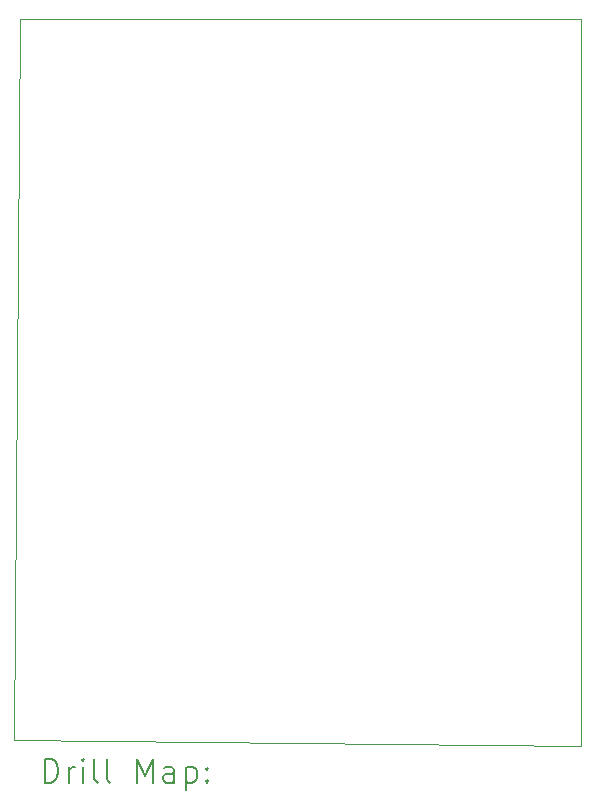
<source format=gbr>
%TF.GenerationSoftware,KiCad,Pcbnew,8.0.1*%
%TF.CreationDate,2024-05-12T14:06:55-04:00*%
%TF.ProjectId,recyclobot,72656379-636c-46f6-926f-742e6b696361,rev?*%
%TF.SameCoordinates,Original*%
%TF.FileFunction,Drillmap*%
%TF.FilePolarity,Positive*%
%FSLAX45Y45*%
G04 Gerber Fmt 4.5, Leading zero omitted, Abs format (unit mm)*
G04 Created by KiCad (PCBNEW 8.0.1) date 2024-05-12 14:06:55*
%MOMM*%
%LPD*%
G01*
G04 APERTURE LIST*
%ADD10C,0.050000*%
%ADD11C,0.200000*%
G04 APERTURE END LIST*
D10*
X13100000Y-12050000D02*
X13150000Y-5950000D01*
X17900000Y-12100000D02*
X13100000Y-12050000D01*
X17900000Y-5950000D02*
X17900000Y-12100000D01*
X13150000Y-5950000D02*
X17900000Y-5950000D01*
D11*
X13358277Y-12413984D02*
X13358277Y-12213984D01*
X13358277Y-12213984D02*
X13405896Y-12213984D01*
X13405896Y-12213984D02*
X13434467Y-12223508D01*
X13434467Y-12223508D02*
X13453515Y-12242555D01*
X13453515Y-12242555D02*
X13463039Y-12261603D01*
X13463039Y-12261603D02*
X13472562Y-12299698D01*
X13472562Y-12299698D02*
X13472562Y-12328269D01*
X13472562Y-12328269D02*
X13463039Y-12366365D01*
X13463039Y-12366365D02*
X13453515Y-12385412D01*
X13453515Y-12385412D02*
X13434467Y-12404460D01*
X13434467Y-12404460D02*
X13405896Y-12413984D01*
X13405896Y-12413984D02*
X13358277Y-12413984D01*
X13558277Y-12413984D02*
X13558277Y-12280650D01*
X13558277Y-12318746D02*
X13567801Y-12299698D01*
X13567801Y-12299698D02*
X13577324Y-12290174D01*
X13577324Y-12290174D02*
X13596372Y-12280650D01*
X13596372Y-12280650D02*
X13615420Y-12280650D01*
X13682086Y-12413984D02*
X13682086Y-12280650D01*
X13682086Y-12213984D02*
X13672562Y-12223508D01*
X13672562Y-12223508D02*
X13682086Y-12233031D01*
X13682086Y-12233031D02*
X13691610Y-12223508D01*
X13691610Y-12223508D02*
X13682086Y-12213984D01*
X13682086Y-12213984D02*
X13682086Y-12233031D01*
X13805896Y-12413984D02*
X13786848Y-12404460D01*
X13786848Y-12404460D02*
X13777324Y-12385412D01*
X13777324Y-12385412D02*
X13777324Y-12213984D01*
X13910658Y-12413984D02*
X13891610Y-12404460D01*
X13891610Y-12404460D02*
X13882086Y-12385412D01*
X13882086Y-12385412D02*
X13882086Y-12213984D01*
X14139229Y-12413984D02*
X14139229Y-12213984D01*
X14139229Y-12213984D02*
X14205896Y-12356841D01*
X14205896Y-12356841D02*
X14272562Y-12213984D01*
X14272562Y-12213984D02*
X14272562Y-12413984D01*
X14453515Y-12413984D02*
X14453515Y-12309222D01*
X14453515Y-12309222D02*
X14443991Y-12290174D01*
X14443991Y-12290174D02*
X14424943Y-12280650D01*
X14424943Y-12280650D02*
X14386848Y-12280650D01*
X14386848Y-12280650D02*
X14367801Y-12290174D01*
X14453515Y-12404460D02*
X14434467Y-12413984D01*
X14434467Y-12413984D02*
X14386848Y-12413984D01*
X14386848Y-12413984D02*
X14367801Y-12404460D01*
X14367801Y-12404460D02*
X14358277Y-12385412D01*
X14358277Y-12385412D02*
X14358277Y-12366365D01*
X14358277Y-12366365D02*
X14367801Y-12347317D01*
X14367801Y-12347317D02*
X14386848Y-12337793D01*
X14386848Y-12337793D02*
X14434467Y-12337793D01*
X14434467Y-12337793D02*
X14453515Y-12328269D01*
X14548753Y-12280650D02*
X14548753Y-12480650D01*
X14548753Y-12290174D02*
X14567801Y-12280650D01*
X14567801Y-12280650D02*
X14605896Y-12280650D01*
X14605896Y-12280650D02*
X14624943Y-12290174D01*
X14624943Y-12290174D02*
X14634467Y-12299698D01*
X14634467Y-12299698D02*
X14643991Y-12318746D01*
X14643991Y-12318746D02*
X14643991Y-12375888D01*
X14643991Y-12375888D02*
X14634467Y-12394936D01*
X14634467Y-12394936D02*
X14624943Y-12404460D01*
X14624943Y-12404460D02*
X14605896Y-12413984D01*
X14605896Y-12413984D02*
X14567801Y-12413984D01*
X14567801Y-12413984D02*
X14548753Y-12404460D01*
X14729705Y-12394936D02*
X14739229Y-12404460D01*
X14739229Y-12404460D02*
X14729705Y-12413984D01*
X14729705Y-12413984D02*
X14720182Y-12404460D01*
X14720182Y-12404460D02*
X14729705Y-12394936D01*
X14729705Y-12394936D02*
X14729705Y-12413984D01*
X14729705Y-12290174D02*
X14739229Y-12299698D01*
X14739229Y-12299698D02*
X14729705Y-12309222D01*
X14729705Y-12309222D02*
X14720182Y-12299698D01*
X14720182Y-12299698D02*
X14729705Y-12290174D01*
X14729705Y-12290174D02*
X14729705Y-12309222D01*
M02*

</source>
